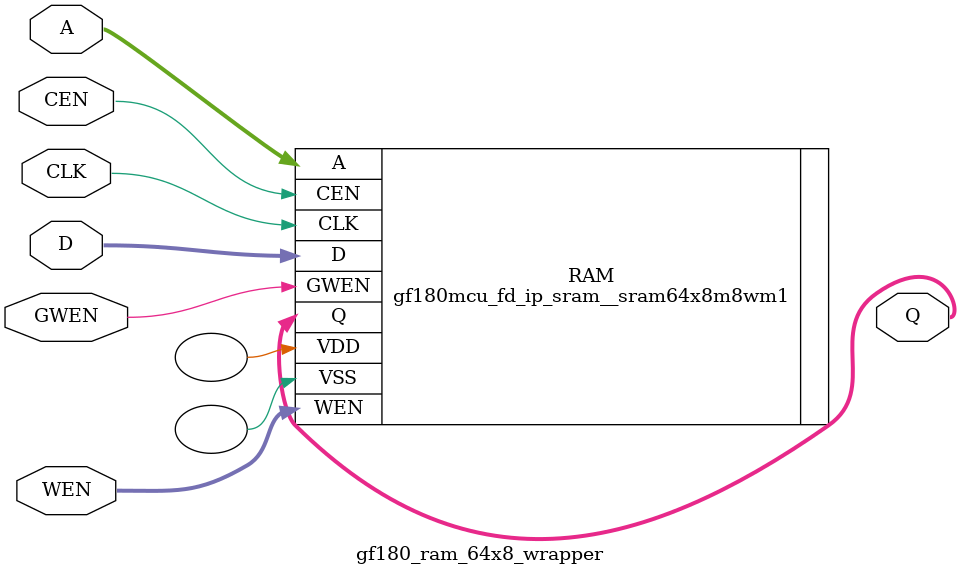
<source format=v>
module gf180_ram_64x8_wrapper (
	CLK,
	CEN,
	GWEN,
	WEN,
	A,
	D,
	Q
);

input           CLK;
input           CEN;    //Chip Enable
input           GWEN;   //Global Write Enable
input   [7:0]  	WEN;    //Write Enable
input   [5:0]   A;
input   [7:0]  	D;
output	[7:0]	Q;

gf180mcu_fd_ip_sram__sram64x8m8wm1 RAM (
    .CLK(CLK), 
    .CEN(CEN), 
    .GWEN(GWEN), 
    .WEN(WEN), 
    .A(A), 
    .D(D), 
    .Q(Q), 
    .VDD(), 
    .VSS());

endmodule
</source>
